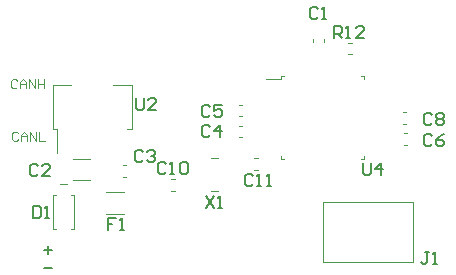
<source format=gto>
G04 Layer_Color=65535*
%FSLAX25Y25*%
%MOIN*%
G70*
G01*
G75*
%ADD33C,0.00472*%
%ADD34C,0.00600*%
%ADD35C,0.00400*%
D33*
X105079Y8583D02*
X135079D01*
Y28583D01*
X105079D02*
X135079D01*
X105079Y8583D02*
Y28583D01*
X105433Y82146D02*
Y83209D01*
X101654Y82146D02*
Y83209D01*
X21719Y36046D02*
X27349D01*
X21719Y43133D02*
X27349D01*
X38462Y40965D02*
X39525D01*
X38462Y37185D02*
X39525D01*
X77224Y61043D02*
X78287D01*
X77224Y57264D02*
X78287D01*
X132047Y47815D02*
X133110D01*
X132047Y51595D02*
X133110D01*
X131850Y54902D02*
X132913D01*
X131850Y58681D02*
X132913D01*
X21016Y31120D02*
X22177D01*
X15090Y19860D02*
X16252D01*
X15090D02*
Y31120D01*
X16252D01*
X22177Y19860D02*
Y31120D01*
X21016Y19860D02*
X22177D01*
X17453Y34899D02*
X19815D01*
X32953Y24902D02*
X38898D01*
X32953Y31988D02*
X38898D01*
X113327Y81693D02*
X114626D01*
X113327Y78150D02*
X114626D01*
X39862Y53051D02*
X41339D01*
Y67618D01*
X35256D02*
X41339D01*
X14961Y53051D02*
X16437D01*
X14961D02*
Y67618D01*
X21043D01*
X16437Y45197D02*
Y53051D01*
X117846Y70873D02*
X118949D01*
Y69771D02*
Y70873D01*
X117846Y42921D02*
X118949D01*
Y44023D01*
X90996Y42921D02*
X92098D01*
X90996D02*
Y44023D01*
Y70873D02*
X92098D01*
X90996Y69771D02*
Y70873D01*
X86232Y69771D02*
X90996D01*
X67638Y43268D02*
X69961D01*
X67638Y32323D02*
X69961D01*
X54547Y36457D02*
X55886D01*
X54547Y32441D02*
X55886D01*
X82106Y39331D02*
X83445D01*
X82106Y43346D02*
X83445D01*
X77224Y54154D02*
X78287D01*
X77224Y50374D02*
X78287D01*
D34*
X140461Y12168D02*
X139128D01*
X139795D01*
Y8836D01*
X139128Y8169D01*
X138462D01*
X137795Y8836D01*
X141794Y8169D02*
X143127D01*
X142460D01*
Y12168D01*
X141794Y11502D01*
X103552Y92998D02*
X102885Y93664D01*
X101552D01*
X100886Y92998D01*
Y90332D01*
X101552Y89665D01*
X102885D01*
X103552Y90332D01*
X104885Y89665D02*
X106217D01*
X105551D01*
Y93664D01*
X104885Y92998D01*
X10244Y40832D02*
X9578Y41499D01*
X8245D01*
X7579Y40832D01*
Y38166D01*
X8245Y37500D01*
X9578D01*
X10244Y38166D01*
X14243Y37500D02*
X11577D01*
X14243Y40166D01*
Y40832D01*
X13577Y41499D01*
X12244D01*
X11577Y40832D01*
X44989Y45557D02*
X44322Y46223D01*
X42989D01*
X42323Y45557D01*
Y42891D01*
X42989Y42224D01*
X44322D01*
X44989Y42891D01*
X46321Y45557D02*
X46988Y46223D01*
X48321D01*
X48987Y45557D01*
Y44890D01*
X48321Y44224D01*
X47654D01*
X48321D01*
X48987Y43557D01*
Y42891D01*
X48321Y42224D01*
X46988D01*
X46321Y42891D01*
X67331Y60517D02*
X66665Y61184D01*
X65332D01*
X64665Y60517D01*
Y57851D01*
X65332Y57185D01*
X66665D01*
X67331Y57851D01*
X71330Y61184D02*
X68664D01*
Y59184D01*
X69997Y59851D01*
X70663D01*
X71330Y59184D01*
Y57851D01*
X70663Y57185D01*
X69331D01*
X68664Y57851D01*
X141544Y50675D02*
X140877Y51341D01*
X139544D01*
X138878Y50675D01*
Y48009D01*
X139544Y47343D01*
X140877D01*
X141544Y48009D01*
X145543Y51341D02*
X144210Y50675D01*
X142877Y49342D01*
Y48009D01*
X143543Y47343D01*
X144876D01*
X145543Y48009D01*
Y48675D01*
X144876Y49342D01*
X142877D01*
X141347Y57860D02*
X140681Y58526D01*
X139348D01*
X138681Y57860D01*
Y55194D01*
X139348Y54527D01*
X140681D01*
X141347Y55194D01*
X142680Y57860D02*
X143346Y58526D01*
X144679D01*
X145346Y57860D01*
Y57193D01*
X144679Y56527D01*
X145346Y55861D01*
Y55194D01*
X144679Y54527D01*
X143346D01*
X142680Y55194D01*
Y55861D01*
X143346Y56527D01*
X142680Y57193D01*
Y57860D01*
X143346Y56527D02*
X144679D01*
X8465Y27424D02*
Y23425D01*
X10464D01*
X11130Y24092D01*
Y26757D01*
X10464Y27424D01*
X8465D01*
X12463Y23425D02*
X13796D01*
X13130D01*
Y27424D01*
X12463Y26757D01*
X36130Y23487D02*
X33465D01*
Y21487D01*
X34797D01*
X33465D01*
Y19488D01*
X37463D02*
X38796D01*
X38130D01*
Y23487D01*
X37463Y22820D01*
X108957Y83366D02*
Y87365D01*
X110956D01*
X111623Y86698D01*
Y85365D01*
X110956Y84699D01*
X108957D01*
X110290D02*
X111623Y83366D01*
X112955D02*
X114288D01*
X113622D01*
Y87365D01*
X112955Y86698D01*
X118954Y83366D02*
X116288D01*
X118954Y86032D01*
Y86698D01*
X118287Y87365D01*
X116954D01*
X116288Y86698D01*
X42717Y63349D02*
Y60017D01*
X43383Y59350D01*
X44716D01*
X45382Y60017D01*
Y63349D01*
X49381Y59350D02*
X46715D01*
X49381Y62016D01*
Y62683D01*
X48715Y63349D01*
X47382D01*
X46715Y62683D01*
X118405Y41597D02*
Y38265D01*
X119072Y37598D01*
X120405D01*
X121071Y38265D01*
Y41597D01*
X124404Y37598D02*
Y41597D01*
X122404Y39598D01*
X125070D01*
X12034Y12789D02*
X14700D01*
X13367Y14122D02*
Y11456D01*
X12034Y6889D02*
X14700D01*
X52863Y41423D02*
X52196Y42089D01*
X50863D01*
X50197Y41423D01*
Y38757D01*
X50863Y38091D01*
X52196D01*
X52863Y38757D01*
X54196Y38091D02*
X55528D01*
X54862D01*
Y42089D01*
X54196Y41423D01*
X57528D02*
X58194Y42089D01*
X59527D01*
X60194Y41423D01*
Y38757D01*
X59527Y38091D01*
X58194D01*
X57528Y38757D01*
Y41423D01*
X81701Y37289D02*
X81035Y37955D01*
X79702D01*
X79035Y37289D01*
Y34623D01*
X79702Y33957D01*
X81035D01*
X81701Y34623D01*
X83034Y33957D02*
X84367D01*
X83701D01*
Y37955D01*
X83034Y37289D01*
X86366Y33957D02*
X87699D01*
X87033D01*
Y37955D01*
X86366Y37289D01*
X66043Y30573D02*
X68709Y26575D01*
Y30573D02*
X66043Y26575D01*
X70042D02*
X71375D01*
X70709D01*
Y30573D01*
X70042Y29907D01*
X67430Y53628D02*
X66763Y54294D01*
X65430D01*
X64764Y53628D01*
Y50962D01*
X65430Y50295D01*
X66763D01*
X67430Y50962D01*
X70762Y50295D02*
Y54294D01*
X68762Y52295D01*
X71428D01*
D35*
X3279Y69133D02*
X2779Y69633D01*
X1779D01*
X1280Y69133D01*
Y67134D01*
X1779Y66634D01*
X2779D01*
X3279Y67134D01*
X4279Y66634D02*
Y68633D01*
X5278Y69633D01*
X6278Y68633D01*
Y66634D01*
Y68133D01*
X4279D01*
X7278Y66634D02*
Y69633D01*
X9277Y66634D01*
Y69633D01*
X10277D02*
Y66634D01*
Y68133D01*
X12276D01*
Y69633D01*
Y66634D01*
X3574Y51712D02*
X3074Y52212D01*
X2075D01*
X1575Y51712D01*
Y49712D01*
X2075Y49213D01*
X3074D01*
X3574Y49712D01*
X4574Y49213D02*
Y51212D01*
X5573Y52212D01*
X6573Y51212D01*
Y49213D01*
Y50712D01*
X4574D01*
X7573Y49213D02*
Y52212D01*
X9572Y49213D01*
Y52212D01*
X10572D02*
Y49213D01*
X12571D01*
M02*

</source>
